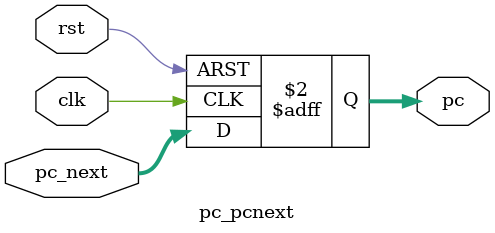
<source format=v>


module pc_pcnext (
    input clk,
    input rst,
    input [31:0] pc_next,
    output reg [31:0] pc
);
    always @(posedge clk or posedge rst) begin
        if (rst) begin
            pc <= 32'h00000000; 
        end else begin
            pc <= pc_next; 
        end
    end
endmodule
</source>
